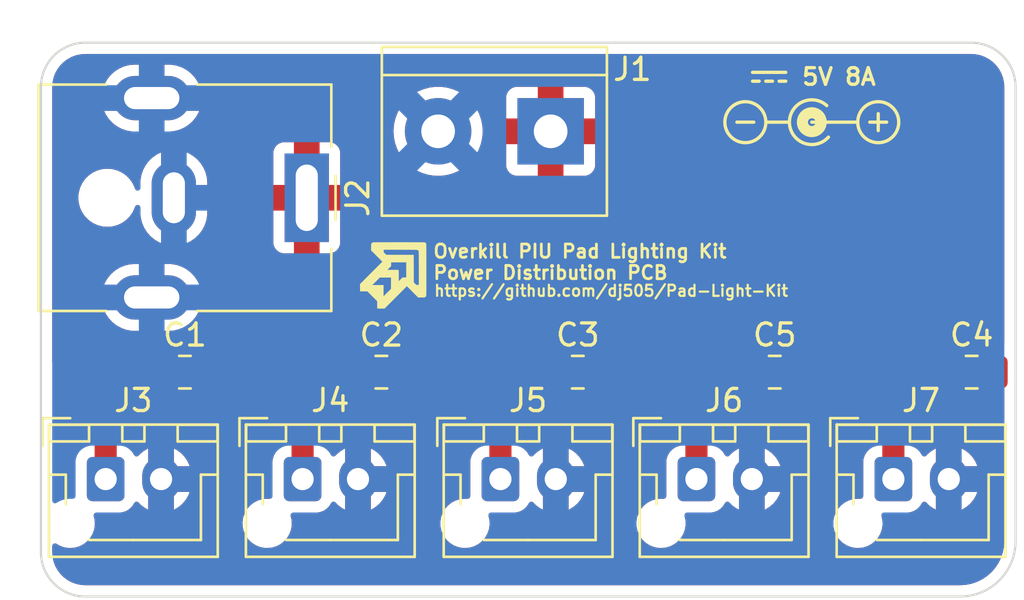
<source format=kicad_pcb>
(kicad_pcb (version 20211014) (generator pcbnew)
  (layers (0 "F.Cu" signal) (31 "B.Cu" signal) (34 "B.Paste" user) (35 "F.Paste" user) (36 "B.SilkS" user "B.Silkscreen") (37 "F.SilkS" user "F.Silkscreen") (38 "B.Mask" user) (39 "F.Mask" user) (44 "Edge.Cuts" user))
  (net 0 "")
  (net 1 "+5V")
  (net 2 "GND")
  (footprint "Capacitor_SMD:C_0805_2012Metric_Pad1.18x1.45mm_HandSolder" (layer "F.Cu") (at 118 98.874)
    (fp_text reference "C1" (at 0 -1.68) (layer "F.SilkS"))
    (fp_text value "10uF")
    (fp_line (start -0.261252 -0.735) (end 0.261252 -0.735) (layer "F.SilkS") (width 0.12))
    (fp_line (start -0.261252 0.735) (end 0.261252 0.735) (layer "F.SilkS") (width 0.12))
    (pad "1" smd roundrect (at -1.0375 0) (size 1.175 1.45) (layers "F.Cu" "F.Paste" "F.Mask") (roundrect_rratio 0.212766) (net 1 "+5V"))
    (pad "2" smd roundrect (at 1.0375 0) (size 1.175 1.45) (layers "F.Cu" "F.Paste" "F.Mask") (roundrect_rratio 0.212766) (net 2 "GND"))
  )
  (footprint "Connector_JST:JST_XH_B2B-XH-AM_1x02_P2.50mm_Vertical" (layer "F.Cu") (at 141.0925 103.7)
    (fp_text reference "J6" (at 1.25 -3.55) (layer "F.SilkS"))
    (fp_text value "Conn_01x02")
    (fp_line (start -2.85 -2.75) (end -2.85 -1.5) (layer "F.SilkS") (width 0.12))
    (fp_line (start -2.56 3.51) (end 5.06 3.51) (layer "F.SilkS") (width 0.12))
    (fp_line (start 5.06 3.51) (end 5.06 -2.46) (layer "F.SilkS") (width 0.12))
    (fp_line (start -2.55 -1.7) (end -0.75 -1.7) (layer "F.SilkS") (width 0.12))
    (fp_line (start -1.8 -0.2) (end -1.8 1.14) (layer "F.SilkS") (width 0.12))
    (fp_line (start 0.75 -1.7) (end 1.75 -1.7) (layer "F.SilkS") (width 0.12))
    (fp_line (start 1.75 -2.45) (end 0.75 -2.45) (layer "F.SilkS") (width 0.12))
    (fp_line (start 5.05 -0.2) (end 4.3 -0.2) (layer "F.SilkS") (width 0.12))
    (fp_line (start 5.06 -2.46) (end -2.56 -2.46) (layer "F.SilkS") (width 0.12))
    (fp_line (start 1.75 -1.7) (end 1.75 -2.45) (layer "F.SilkS") (width 0.12))
    (fp_line (start -1.6 -2.75) (end -2.85 -2.75) (layer "F.SilkS") (width 0.12))
    (fp_line (start -2.56 -2.46) (end -2.56 3.51) (layer "F.SilkS") (width 0.12))
    (fp_line (start -2.55 -0.2) (end -1.8 -0.2) (layer "F.SilkS") (width 0.12))
    (fp_line (start 4.3 2.75) (end 1.25 2.75) (layer "F.SilkS") (width 0.12))
    (fp_line (start 5.05 -1.7) (end 5.05 -2.45) (layer "F.SilkS") (width 0.12))
    (fp_line (start -2.55 -2.45) (end -2.55 -1.7) (layer "F.SilkS") (width 0.12))
    (fp_line (start 0.75 -2.45) (end 0.75 -1.7) (layer "F.SilkS") (width 0.12))
    (fp_line (start 5.05 -2.45) (end 3.25 -2.45) (layer "F.SilkS") (width 0.12))
    (fp_line (start 4.3 -0.2) (end 4.3 2.75) (layer "F.SilkS") (width 0.12))
    (fp_line (start -0.75 -1.7) (end -0.75 -2.45) (layer "F.SilkS") (width 0.12))
    (fp_line (start 3.25 -2.45) (end 3.25 -1.7) (layer "F.SilkS") (width 0.12))
    (fp_line (start 1.25 2.75) (end -0.74 2.75) (layer "F.SilkS") (width 0.12))
    (fp_line (start 3.25 -1.7) (end 5.05 -1.7) (layer "F.SilkS") (width 0.12))
    (fp_line (start -0.75 -2.45) (end -2.55 -2.45) (layer "F.SilkS") (width 0.12))
    (pad "" np_thru_hole circle (at -1.6 2) (size 1.2 1.2) (drill 1.2) (layers *.Cu *.Mask))
    (pad "1" thru_hole roundrect (at 0 0) (size 1.7 2) (drill 1) (layers *.Cu *.Mask) (roundrect_rratio 0.147059) (net 1 "+5V"))
    (pad "2" thru_hole oval (at 2.5 0) (size 1.7 2) (drill 1) (layers *.Cu *.Mask) (net 2 "GND"))
  )
  (footprint "Connector_JST:JST_XH_B2B-XH-AM_1x02_P2.50mm_Vertical" (layer "F.Cu") (at 132.2425 103.7)
    (fp_text reference "J5" (at 1.25 -3.55) (layer "F.SilkS"))
    (fp_text value "Conn_01x02")
    (fp_line (start 5.06 -2.46) (end -2.56 -2.46) (layer "F.SilkS") (width 0.12))
    (fp_line (start 3.25 -1.7) (end 5.05 -1.7) (layer "F.SilkS") (width 0.12))
    (fp_line (start 5.06 3.51) (end 5.06 -2.46) (layer "F.SilkS") (width 0.12))
    (fp_line (start 1.75 -2.45) (end 0.75 -2.45) (layer "F.SilkS") (width 0.12))
    (fp_line (start -2.55 -0.2) (end -1.8 -0.2) (layer "F.SilkS") (width 0.12))
    (fp_line (start 0.75 -2.45) (end 0.75 -1.7) (layer "F.SilkS") (width 0.12))
    (fp_line (start -2.55 -1.7) (end -0.75 -1.7) (layer "F.SilkS") (width 0.12))
    (fp_line (start 3.25 -2.45) (end 3.25 -1.7) (layer "F.SilkS") (width 0.12))
    (fp_line (start -1.6 -2.75) (end -2.85 -2.75) (layer "F.SilkS") (width 0.12))
    (fp_line (start 1.25 2.75) (end -0.74 2.75) (layer "F.SilkS") (width 0.12))
    (fp_line (start 1.75 -1.7) (end 1.75 -2.45) (layer "F.SilkS") (width 0.12))
    (fp_line (start 5.05 -2.45) (end 3.25 -2.45) (layer "F.SilkS") (width 0.12))
    (fp_line (start -1.8 -0.2) (end -1.8 1.14) (layer "F.SilkS") (width 0.12))
    (fp_line (start -2.85 -2.75) (end -2.85 -1.5) (layer "F.SilkS") (width 0.12))
    (fp_line (start 0.75 -1.7) (end 1.75 -1.7) (layer "F.SilkS") (width 0.12))
    (fp_line (start -0.75 -2.45) (end -2.55 -2.45) (layer "F.SilkS") (width 0.12))
    (fp_line (start 4.3 -0.2) (end 4.3 2.75) (layer "F.SilkS") (width 0.12))
    (fp_line (start -2.56 -2.46) (end -2.56 3.51) (layer "F.SilkS") (width 0.12))
    (fp_line (start -2.55 -2.45) (end -2.55 -1.7) (layer "F.SilkS") (width 0.12))
    (fp_line (start 5.05 -0.2) (end 4.3 -0.2) (layer "F.SilkS") (width 0.12))
    (fp_line (start -2.56 3.51) (end 5.06 3.51) (layer "F.SilkS") (width 0.12))
    (fp_line (start 5.05 -1.7) (end 5.05 -2.45) (layer "F.SilkS") (width 0.12))
    (fp_line (start 4.3 2.75) (end 1.25 2.75) (layer "F.SilkS") (width 0.12))
    (fp_line (start -0.75 -1.7) (end -0.75 -2.45) (layer "F.SilkS") (width 0.12))
    (pad "" np_thru_hole circle (at -1.6 2) (size 1.2 1.2) (drill 1.2) (layers *.Cu *.Mask))
    (pad "1" thru_hole roundrect (at 0 0) (size 1.7 2) (drill 1) (layers *.Cu *.Mask) (roundrect_rratio 0.147059) (net 1 "+5V"))
    (pad "2" thru_hole oval (at 2.5 0) (size 1.7 2) (drill 1) (layers *.Cu *.Mask) (net 2 "GND"))
  )
  (footprint "Connector_BarrelJack:BarrelJack_CUI_PJ-063AH_Horizontal" (layer "F.Cu") (at 123.5 91 -90)
    (fp_text reference "J2" (at 0 -2.3 90) (layer "F.SilkS"))
    (fp_text value "Barrel_Jack")
    (fp_line (start -1 -1.3) (end 1 -1.3) (layer "F.SilkS") (width 0.12))
    (fp_line (start -5.11 12.11) (end -5.11 9.05) (layer "F.SilkS") (width 0.12))
    (fp_line (start 5.11 -1.11) (end 5.11 4.95) (layer "F.SilkS") (width 0.12))
    (fp_line (start 5.11 9.05) (end 5.11 12.11) (layer "F.SilkS") (width 0.12))
    (fp_line (start 2.3 -1.11) (end 5.11 -1.11) (layer "F.SilkS") (width 0.12))
    (fp_line (start -5.11 -1.11) (end -2.3 -1.11) (layer "F.SilkS") (width 0.12))
    (fp_line (start -5.11 4.95) (end -5.11 -1.11) (layer "F.SilkS") (width 0.12))
    (fp_line (start 5.11 12.11) (end -5.11 12.11) (layer "F.SilkS") (width 0.12))
    (pad "" np_thru_hole circle (at 0 9 270) (size 1.6 1.6) (drill 1.6) (layers *.Cu *.Mask))
    (pad "1" thru_hole rect (at 0 0 270) (size 4 2) (drill oval 3 1) (layers *.Cu *.Mask) (net 1 "+5V"))
    (pad "2" thru_hole oval (at 0 6 270) (size 3.3 2) (drill oval 2.3 1) (layers *.Cu *.Mask) (net 2 "GND"))
    (pad "MP" thru_hole oval (at 4.5 7 270) (size 2 3.5) (drill oval 1 2.5) (layers *.Cu *.Mask) (net 2 "GND"))
    (pad "MP" thru_hole oval (at -4.5 7 270) (size 2 3.5) (drill oval 1 2.5) (layers *.Cu *.Mask) (net 2 "GND"))
  )
  (footprint "Capacitor_SMD:C_0805_2012Metric_Pad1.18x1.45mm_HandSolder" (layer "F.Cu") (at 126.8685 98.874)
    (fp_text reference "C2" (at 0 -1.68) (layer "F.SilkS"))
    (fp_text value "10uF")
    (fp_line (start -0.261252 0.735) (end 0.261252 0.735) (layer "F.SilkS") (width 0.12))
    (fp_line (start -0.261252 -0.735) (end 0.261252 -0.735) (layer "F.SilkS") (width 0.12))
    (pad "1" smd roundrect (at -1.0375 0) (size 1.175 1.45) (layers "F.Cu" "F.Paste" "F.Mask") (roundrect_rratio 0.212766) (net 1 "+5V"))
    (pad "2" smd roundrect (at 1.0375 0) (size 1.175 1.45) (layers "F.Cu" "F.Paste" "F.Mask") (roundrect_rratio 0.212766) (net 2 "GND"))
  )
  (footprint "Connector_JST:JST_XH_B2B-XH-AM_1x02_P2.50mm_Vertical" (layer "F.Cu") (at 123.3125 103.7)
    (fp_text reference "J4" (at 1.25 -3.55) (layer "F.SilkS"))
    (fp_text value "Conn_01x02")
    (fp_line (start 5.05 -1.7) (end 5.05 -2.45) (layer "F.SilkS") (width 0.12))
    (fp_line (start 1.25 2.75) (end -0.74 2.75) (layer "F.SilkS") (width 0.12))
    (fp_line (start -2.55 -1.7) (end -0.75 -1.7) (layer "F.SilkS") (width 0.12))
    (fp_line (start -2.85 -2.75) (end -2.85 -1.5) (layer "F.SilkS") (width 0.12))
    (fp_line (start 4.3 2.75) (end 1.25 2.75) (layer "F.SilkS") (width 0.12))
    (fp_line (start -2.56 -2.46) (end -2.56 3.51) (layer "F.SilkS") (width 0.12))
    (fp_line (start 5.06 3.51) (end 5.06 -2.46) (layer "F.SilkS") (width 0.12))
    (fp_line (start 1.75 -1.7) (end 1.75 -2.45) (layer "F.SilkS") (width 0.12))
    (fp_line (start -2.55 -2.45) (end -2.55 -1.7) (layer "F.SilkS") (width 0.12))
    (fp_line (start -1.8 -0.2) (end -1.8 1.14) (layer "F.SilkS") (width 0.12))
    (fp_line (start 5.05 -0.2) (end 4.3 -0.2) (layer "F.SilkS") (width 0.12))
    (fp_line (start 1.75 -2.45) (end 0.75 -2.45) (layer "F.SilkS") (width 0.12))
    (fp_line (start 3.25 -1.7) (end 5.05 -1.7) (layer "F.SilkS") (width 0.12))
    (fp_line (start 3.25 -2.45) (end 3.25 -1.7) (layer "F.SilkS") (width 0.12))
    (fp_line (start 5.05 -2.45) (end 3.25 -2.45) (layer "F.SilkS") (width 0.12))
    (fp_line (start -2.56 3.51) (end 5.06 3.51) (layer "F.SilkS") (width 0.12))
    (fp_line (start 0.75 -1.7) (end 1.75 -1.7) (layer "F.SilkS") (width 0.12))
    (fp_line (start -0.75 -2.45) (end -2.55 -2.45) (layer "F.SilkS") (width 0.12))
    (fp_line (start 5.06 -2.46) (end -2.56 -2.46) (layer "F.SilkS") (width 0.12))
    (fp_line (start 0.75 -2.45) (end 0.75 -1.7) (layer "F.SilkS") (width 0.12))
    (fp_line (start 4.3 -0.2) (end 4.3 2.75) (layer "F.SilkS") (width 0.12))
    (fp_line (start -0.75 -1.7) (end -0.75 -2.45) (layer "F.SilkS") (width 0.12))
    (fp_line (start -2.55 -0.2) (end -1.8 -0.2) (layer "F.SilkS") (width 0.12))
    (fp_line (start -1.6 -2.75) (end -2.85 -2.75) (layer "F.SilkS") (width 0.12))
    (pad "" np_thru_hole circle (at -1.6 2) (size 1.2 1.2) (drill 1.2) (layers *.Cu *.Mask))
    (pad "1" thru_hole roundrect (at 0 0) (size 1.7 2) (drill 1) (layers *.Cu *.Mask) (roundrect_rratio 0.147059) (net 1 "+5V"))
    (pad "2" thru_hole oval (at 2.5 0) (size 1.7 2) (drill 1) (layers *.Cu *.Mask) (net 2 "GND"))
  )
  (footprint "LogoFootprints:Arrow_3mm" (layer "F.Cu") (at 127.4 94.5)
    (fp_text reference "G***" hide)
    (fp_text value "LOGO" hide)
    (fp_poly (pts (xy 0.40582 -1.493511) (xy 0.541026 -1.493501) (xy 0.663739 -1.493476) (xy 0.774581 -1.493428) (xy 0.874172 -1.49335) (xy 0.963132 -1.493236) (xy 1.042082 -1.493076) (xy 1.111643 -1.492865) (xy 1.172436 -1.492595) (xy 1.22508 -1.492259) (xy 1.270197 -1.491849) (xy 1.308406 -1.491358) (xy 1.34033 -1.490778) (xy 1.366587 -1.490104) (xy 1.3878 -1.489326) (xy 1.404588 -1.488439) (xy 1.417571 -1.487434) (xy 1.427372 -1.486305) (xy 1.434609 -1.485044) (xy 1.439905 -1.483644) (xy 1.443879 -1.482097) (xy 1.447152 -1.480396) (xy 1.448635 -1.479536) (xy 1.468558 -1.463651) (xy 1.485239 -1.443667) (xy 1.486402 -1.441769) (xy 1.488177 -1.438611) (xy 1.489796 -1.435047) (xy 1.491265 -1.430454) (xy 1.492591 -1.424213) (xy 1.493782 -1.415703) (xy 1.494844 -1.404304) (xy 1.495786 -1.389394) (xy 1.496615 -1.370353) (xy 1.497337 -1.346561) (xy 1.497961 -1.317397) (xy 1.498493 -1.282241) (xy 1.49894 -1.240471) (xy 1.499311 -1.191467) (xy 1.499611 -1.134609) (xy 1.499849 -1.069277) (xy 1.500032 -0.994848) (xy 1.500167 -0.910704) (xy 1.500261 -0.816222) (xy 1.500322 -0.710784) (xy 1.500357 -0.593767) (xy 1.500373 -0.464552) (xy 1.500378 -0.322518) (xy 1.500378 -0.250636) (xy 1.500377 -0.102322) (xy 1.500368 0.032881) (xy 1.500343 0.155595) (xy 1.500297 0.266443) (xy 1.50022 0.366048) (xy 1.500107 0.455032) (xy 1.499948 0.534017) (xy 1.499738 0.603626) (xy 1.499469 0.664481) (xy 1.499133 0.717206) (xy 1.498723 0.762421) (xy 1.498232 0.800751) (xy 1.497652 0.832817) (xy 1.496976 0.859241) (xy 1.496196 0.880647) (xy 1.495306 0.897657) (xy 1.494298 0.910893) (xy 1.493164 0.920977) (xy 1.491897 0.928533) (xy 1.49049 0.934182) (xy 1.488935 0.938548) (xy 1.487225 0.942252) (xy 1.486247 0.944174) (xy 1.465239 0.971417) (xy 1.441875 0.987091) (xy 1.430881 0.992319) (xy 1.419786 0.996215) (xy 1.406433 0.998975) (xy 1.388666 1.000792) (xy 1.364327 1.001861) (xy 1.33126 1.002377) (xy 1.287308 1.002535) (xy 1.27057 1.002541) (xy 1.129506 1.002541) (xy 0.875498 0.748463) (xy 0.62149 0.494386) (xy 0.116743 0.999099) (xy -0.388005 1.503811) (xy -0.549928 1.503811) (xy -0.595762 1.503625) (xy -0.63695 1.503102) (xy -0.671528 1.502296) (xy -0.69753 1.501262) (xy -0.712992 1.500053) (xy -0.716428 1.499234) (xy -0.717719 1.491352) (xy -0.718868 1.471702) (xy -0.719823 1.442248) (xy -0.720529 1.404955) (xy -0.720932 1.361788) (xy -0.721006 1.332676) (xy -0.721006 1.170696) (xy -0.942458 0.949383) (xy -1.16391 0.728069) (xy -1.493512 0.724439) (xy -1.495357 0.559783) (xy -1.496704 0.43947) (xy -0.937203 0.43947) (xy -0.432604 0.43947) (xy -0.432604 0.94386) (xy -0.265425 0.779215) (xy -0.098247 0.614571) (xy -0.097191 0.358786) (xy -0.096134 0.103) (xy -0.600944 0.103) (xy -0.769073 0.271235) (xy -0.937203 0.43947) (xy -1.496704 0.43947) (xy -1.4972 0.395127) (xy -0.992361 -0.109749) (xy -0.854917 -0.247202) (xy -0.257296 -0.247202) (xy -0.009854 -0.247202) (xy 0.060336 -0.247072) (xy 0.117728 -0.246661) (xy 0.163255 -0.245939) (xy 0.197849 -0.244877) (xy 0.222442 -0.243443) (xy 0.237969 -0.241609) (xy 0.245361 -0.239343) (xy 0.245828 -0.238962) (xy 0.248161 -0.232715) (xy 0.250059 -0.218475) (xy 0.251551 -0.195308) (xy 0.252667 -0.162282) (xy 0.253439 -0.118464) (xy 0.253895 -0.06292) (xy 0.254065 0.005281) (xy 0.254068 0.01672) (xy 0.254068 0.264162) (xy 0.338285 0.180148) (xy 0.422501 0.096134) (xy 0.590538 0.096134) (xy 0.590538 -0.583672) (xy -0.089268 -0.583672) (xy -0.089268 -0.415635) (xy -0.173282 -0.331419) (xy -0.257296 -0.247202) (xy -0.854917 -0.247202) (xy -0.48752 -0.614624) (xy -0.741597 -0.868632) (xy -0.995675 -1.12264) (xy -0.995675 -1.153787) (xy -0.425737 -1.153787) (xy -0.425737 -1.040005) (xy -0.312223 -0.927081) (xy 0.309108 -0.925328) (xy 0.93044 -0.923574) (xy 0.932194 -0.302243) (xy 0.933947 0.319089) (xy 1.046871 0.432603) (xy 1.160653 0.432603) (xy 1.158848 -0.325668) (xy 1.158563 -0.443923) (xy 1.158293 -0.549219) (xy 1.158023 -0.642329) (xy 1.157737 -0.724026) (xy 1.157418 -0.795083) (xy 1.157051 -0.856275) (xy 1.156619 -0.908375) (xy 1.156108 -0.952156) (xy 1.1555 -0.988391) (xy 1.154781 -1.017856) (xy 1.153934 -1.041322) (xy 1.152944 -1.059564) (xy 1.151793 -1.073354) (xy 1.150468 -1.083468) (xy 1.148951 -1.090677) (xy 1.147227 -1.095756) (xy 1.14528 -1.099479) (xy 1.143095 -1.102618) (xy 1.142884 -1.102899) (xy 1.126529 -1.121233) (xy 1.109765 -1.136018) (xy 1.106641 -1.138227) (xy 1.103003 -1.140195) (xy 1.098079 -1.141938) (xy 1.091094 -1.143473) (xy 1.081275 -1.144815) (xy 1.067849 -1.14598) (xy 1.050042 -1.146985) (xy 1.027081 -1.147844) (xy 0.998191 -1.148574) (xy 0.9626 -1.149191) (xy 0.919534 -1.14971) (xy 0.868219 -1.150148) (xy 0.807882 -1.150521) (xy 0.737749 -1.150844) (xy 0.657047 -1.151132) (xy 0.565002 -1.151403) (xy 0.460841 -1.151672) (xy 0.34379 -1.151955) (xy 0.332534 -1.151982) (xy -0.425737 -1.153787) (xy -0.995675 -1.153787) (xy -0.995675 -1.263704) (xy -0.995591 -1.3116) (xy -0.995212 -1.34792) (xy -0.994341 -1.37482) (xy -0.992784 -1.394458) (xy -0.990348 -1.408991) (xy -0.986837 -1.420574) (xy -0.982057 -1.431366) (xy -0.980225 -1.435009) (xy -0.959012 -1.464101) (xy -0.937308 -1.479381) (xy -0.933702 -1.481176) (xy -0.929767 -1.482813) (xy -0.92488 -1.484298) (xy -0.91842 -1.485638) (xy -0.909762 -1.486842) (xy -0.898286 -1.487917) (xy -0.883369 -1.488869) (xy -0.864387 -1.489707) (xy -0.840719 -1.490437) (xy -0.811742 -1.491068) (xy -0.776833 -1.491605) (xy -0.735371 -1.492058) (xy -0.686732 -1.492432) (xy -0.630295 -1.492736) (xy -0.565436 -1.492977) (xy -0.491533 -1.493162) (xy -0.407964 -1.493299) (xy -0.314106 -1.493394) (xy -0.209337 -1.493456) (xy -0.093035 -1.493491) (xy 0.035424 -1.493507) (xy 0.176662 -1.493512) (xy 0.257502 -1.493512)) (layer "F.SilkS") (width 0) (fill solid))
  )
  (footprint "Capacitor_SMD:C_0805_2012Metric_Pad1.18x1.45mm_HandSolder" (layer "F.Cu") (at 153.517 98.874)
    (fp_text reference "C4" (at 0 -1.68) (layer "F.SilkS"))
    (fp_text value "10uF")
    (fp_line (start -0.261252 0.735) (end 0.261252 0.735) (layer "F.SilkS") (width 0.12))
    (fp_line (start -0.261252 -0.735) (end 0.261252 -0.735) (layer "F.SilkS") (width 0.12))
    (pad "1" smd roundrect (at -1.0375 0) (size 1.175 1.45) (layers "F.Cu" "F.Paste" "F.Mask") (roundrect_rratio 0.212766) (net 1 "+5V"))
    (pad "2" smd roundrect (at 1.0375 0) (size 1.175 1.45) (layers "F.Cu" "F.Paste" "F.Mask") (roundrect_rratio 0.212766) (net 2 "GND"))
  )
  (footprint "TerminalBlock:TerminalBlock_bornier-2_P5.08mm" (layer "F.Cu") (at 134.51 88 180)
    (fp_text reference "J1" (at -3.69 2.8) (layer "F.SilkS"))
    (fp_text value "Conn_01x02")
    (fp_line (start -2.54 -3.81) (end -2.54 3.81) (layer "F.SilkS") (width 0.12))
    (fp_line (start 7.62 2.54) (end -2.54 2.54) (layer "F.SilkS") (width 0.12))
    (fp_line (start -2.54 3.81) (end 7.62 3.81) (layer "F.SilkS") (width 0.12))
    (fp_line (start 7.62 3.81) (end 7.62 -3.81) (layer "F.SilkS") (width 0.12))
    (fp_line (start 7.62 -3.81) (end -2.54 -3.81) (layer "F.SilkS") (width 0.12))
    (pad "1" thru_hole rect (at 0 0 180) (size 3 3) (drill 1.52) (layers *.Cu *.Mask) (net 1 "+5V"))
    (pad "2" thru_hole circle (at 5.08 0 180) (size 3 3) (drill 1.52) (layers *.Cu *.Mask) (net 2 "GND"))
  )
  (footprint "Connector_JST:JST_XH_B2B-XH-AM_1x02_P2.50mm_Vertical" (layer "F.Cu") (at 149.9825 103.7)
    (fp_text reference "J7" (at 1.25 -3.55) (layer "F.SilkS"))
    (fp_text value "Conn_01x02")
    (fp_line (start -1.6 -2.75) (end -2.85 -2.75) (layer "F.SilkS") (width 0.12))
    (fp_line (start 3.25 -2.45) (end 3.25 -1.7) (layer "F.SilkS") (width 0.12))
    (fp_line (start 0.75 -2.45) (end 0.75 -1.7) (layer "F.SilkS") (width 0.12))
    (fp_line (start 5.06 -2.46) (end -2.56 -2.46) (layer "F.SilkS") (width 0.12))
    (fp_line (start -2.56 3.51) (end 5.06 3.51) (layer "F.SilkS") (width 0.12))
    (fp_line (start -2.55 -0.2) (end -1.8 -0.2) (layer "F.SilkS") (width 0.12))
    (fp_line (start 1.25 2.75) (end -0.74 2.75) (layer "F.SilkS") (width 0.12))
    (fp_line (start -2.56 -2.46) (end -2.56 3.51) (layer "F.SilkS") (width 0.12))
    (fp_line (start 1.75 -2.45) (end 0.75 -2.45) (layer "F.SilkS") (width 0.12))
    (fp_line (start 4.3 -0.2) (end 4.3 2.75) (layer "F.SilkS") (width 0.12))
    (fp_line (start -2.55 -1.7) (end -0.75 -1.7) (layer "F.SilkS") (width 0.12))
    (fp_line (start -0.75 -1.7) (end -0.75 -2.45) (layer "F.SilkS") (width 0.12))
    (fp_line (start -2.55 -2.45) (end -2.55 -1.7) (layer "F.SilkS") (width 0.12))
    (fp_line (start 5.05 -0.2) (end 4.3 -0.2) (layer "F.SilkS") (width 0.12))
    (fp_line (start -1.8 -0.2) (end -1.8 1.14) (layer "F.SilkS") (width 0.12))
    (fp_line (start 3.25 -1.7) (end 5.05 -1.7) (layer "F.SilkS") (width 0.12))
    (fp_line (start 5.05 -1.7) (end 5.05 -2.45) (layer "F.SilkS") (width 0.12))
    (fp_line (start 4.3 2.75) (end 1.25 2.75) (layer "F.SilkS") (width 0.12))
    (fp_line (start 1.75 -1.7) (end 1.75 -2.45) (layer "F.SilkS") (width 0.12))
    (fp_line (start -2.85 -2.75) (end -2.85 -1.5) (layer "F.SilkS") (width 0.12))
    (fp_line (start 5.05 -2.45) (end 3.25 -2.45) (layer "F.SilkS") (width 0.12))
    (fp_line (start 5.06 3.51) (end 5.06 -2.46) (layer "F.SilkS") (width 0.12))
    (fp_line (start -0.75 -2.45) (end -2.55 -2.45) (layer "F.SilkS") (width 0.12))
    (fp_line (start 0.75 -1.7) (end 1.75 -1.7) (layer "F.SilkS") (width 0.12))
    (pad "" np_thru_hole circle (at -1.6 2) (size 1.2 1.2) (drill 1.2) (layers *.Cu *.Mask))
    (pad "1" thru_hole roundrect (at 0 0) (size 1.7 2) (drill 1) (layers *.Cu *.Mask) (roundrect_rratio 0.147059) (net 1 "+5V"))
    (pad "2" thru_hole oval (at 2.5 0) (size 1.7 2) (drill 1) (layers *.Cu *.Mask) (net 2 "GND"))
  )
  (footprint "Symbol:Symbol_Barrel_Polarity" (layer "F.Cu") (at 146.3 87.512473)
    (fp_text reference "REF**" hide)
    (fp_text value "Symbol_Barrel_Polarity")
    (fp_line (start -2 0.075) (end -1.1 0.075) (layer "F.SilkS") (width 0.15))
    (fp_line (start 0 0.075) (end 2 0.075) (layer "F.SilkS") (width 0.15))
    (fp_arc (start 0.75 0.75) (mid -1.007627 0.128033) (end 0.675 -0.675) (layer "F.SilkS") (width 0.15))
    (fp_circle (center 0 0.075) (end 0 0.25) (layer "F.SilkS") (width 0.5) (fill none))
    (fp_circle (center 3 0.075) (end 3 1) (layer "F.SilkS") (width 0.15) (fill none))
    (fp_circle (center -3 0.075) (end -3 1) (layer "F.SilkS") (width 0.15) (fill none))
  )
  (footprint "Capacitor_SMD:C_0805_2012Metric_Pad1.18x1.45mm_HandSolder" (layer "F.Cu") (at 135.737 98.874)
    (fp_text reference "C3" (at 0 -1.68) (layer "F.SilkS"))
    (fp_text value "10uF")
    (fp_line (start -0.261252 0.735) (end 0.261252 0.735) (layer "F.SilkS") (width 0.12))
    (fp_line (start -0.261252 -0.735) (end 0.261252 -0.735) (layer "F.SilkS") (width 0.12))
    (pad "1" smd roundrect (at -1.0375 0) (size 1.175 1.45) (layers "F.Cu" "F.Paste" "F.Mask") (roundrect_rratio 0.212766) (net 1 "+5V"))
    (pad "2" smd roundrect (at 1.0375 0) (size 1.175 1.45) (layers "F.Cu" "F.Paste" "F.Mask") (roundrect_rratio 0.212766) (net 2 "GND"))
  )
  (footprint "Capacitor_SMD:C_0805_2012Metric_Pad1.18x1.45mm_HandSolder" (layer "F.Cu") (at 144.627 98.874)
    (fp_text reference "C5" (at 0 -1.68) (layer "F.SilkS"))
    (fp_text value "10uF")
    (fp_line (start -0.261252 0.735) (end 0.261252 0.735) (layer "F.SilkS") (width 0.12))
    (fp_line (start -0.261252 -0.735) (end 0.261252 -0.735) (layer "F.SilkS") (width 0.12))
    (pad "1" smd roundrect (at -1.0375 0) (size 1.175 1.45) (layers "F.Cu" "F.Paste" "F.Mask") (roundrect_rratio 0.212766) (net 1 "+5V"))
    (pad "2" smd roundrect (at 1.0375 0) (size 1.175 1.45) (layers "F.Cu" "F.Paste" "F.Mask") (roundrect_rratio 0.212766) (net 2 "GND"))
  )
  (footprint "Connector_JST:JST_XH_B2B-XH-AM_1x02_P2.50mm_Vertical" (layer "F.Cu") (at 114.4225 103.7)
    (fp_text reference "J3" (at 1.25 -3.55) (layer "F.SilkS"))
    (fp_text value "Conn_01x02")
    (fp_line (start -0.75 -1.7) (end -0.75 -2.45) (layer "F.SilkS") (width 0.12))
    (fp_line (start 3.25 -1.7) (end 5.05 -1.7) (layer "F.SilkS") (width 0.12))
    (fp_line (start -2.56 -2.46) (end -2.56 3.51) (layer "F.SilkS") (width 0.12))
    (fp_line (start 1.25 2.75) (end -0.74 2.75) (layer "F.SilkS") (width 0.12))
    (fp_line (start -2.85 -2.75) (end -2.85 -1.5) (layer "F.SilkS") (width 0.12))
    (fp_line (start 5.05 -2.45) (end 3.25 -2.45) (layer "F.SilkS") (width 0.12))
    (fp_line (start 1.75 -2.45) (end 0.75 -2.45) (layer "F.SilkS") (width 0.12))
    (fp_line (start -1.6 -2.75) (end -2.85 -2.75) (layer "F.SilkS") (width 0.12))
    (fp_line (start 5.06 3.51) (end 5.06 -2.46) (layer "F.SilkS") (width 0.12))
    (fp_line (start 5.05 -1.7) (end 5.05 -2.45) (layer "F.SilkS") (width 0.12))
    (fp_line (start 0.75 -1.7) (end 1.75 -1.7) (layer "F.SilkS") (width 0.12))
    (fp_line (start -0.75 -2.45) (end -2.55 -2.45) (layer "F.SilkS") (width 0.12))
    (fp_line (start 4.3 -0.2) (end 4.3 2.75) (layer "F.SilkS") (width 0.12))
    (fp_line (start -2.56 3.51) (end 5.06 3.51) (layer "F.SilkS") (width 0.12))
    (fp_line (start 3.25 -2.45) (end 3.25 -1.7) (layer "F.SilkS") (width 0.12))
    (fp_line (start 1.75 -1.7) (end 1.75 -2.45) (layer "F.SilkS") (width 0.12))
    (fp_line (start -2.55 -2.45) (end -2.55 -1.7) (layer "F.SilkS") (width 0.12))
    (fp_line (start -2.55 -1.7) (end -0.75 -1.7) (layer "F.SilkS") (width 0.12))
    (fp_line (start -2.55 -0.2) (end -1.8 -0.2) (layer "F.SilkS") (width 0.12))
    (fp_line (start -1.8 -0.2) (end -1.8 1.14) (layer "F.SilkS") (width 0.12))
    (fp_line (start 5.06 -2.46) (end -2.56 -2.46) (layer "F.SilkS") (width 0.12))
    (fp_line (start 5.05 -0.2) (end 4.3 -0.2) (layer "F.SilkS") (width 0.12))
    (fp_line (start 4.3 2.75) (end 1.25 2.75) (layer "F.SilkS") (width 0.12))
    (fp_line (start 0.75 -2.45) (end 0.75 -1.7) (layer "F.SilkS") (width 0.12))
    (pad "" np_thru_hole circle (at -1.6 2) (size 1.2 1.2) (drill 1.2) (layers *.Cu *.Mask))
    (pad "1" thru_hole roundrect (at 0 0) (size 1.7 2) (drill 1) (layers *.Cu *.Mask) (roundrect_rratio 0.147059) (net 1 "+5V"))
    (pad "2" thru_hole oval (at 2.5 0) (size 1.7 2) (drill 1) (layers *.Cu *.Mask) (net 2 "GND"))
  )
  (gr_line (start 143.825 85.737473) (end 143.925 85.737473) (layer "F.SilkS") (width 0.15))
  (gr_line (start 145.125 85.337473) (end 143.625 85.337473) (layer "F.SilkS") (width 0.15))
  (gr_line (start 143.625 85.737473) (end 143.825 85.737473) (layer "F.SilkS") (width 0.15))
  (gr_line (start 144.825 85.737473) (end 145.125 85.737473) (layer "F.SilkS") (width 0.15))
  (gr_line (start 144.225 85.737473) (end 144.525 85.737473) (layer "F.SilkS") (width 0.15))
  (gr_arc (start 113.5 109) (mid 112.085786 108.414214) (end 111.5 107) (layer "Edge.Cuts") (width 0.1))
  (gr_line (start 153.5 84) (end 113.5 84) (layer "Edge.Cuts") (width 0.1))
  (gr_arc (start 155.5 106.5) (mid 154.767767 108.267767) (end 153 109) (layer "Edge.Cuts") (width 0.1))
  (gr_line (start 155.5 106.5) (end 155.5 86) (layer "Edge.Cuts") (width 0.1))
  (gr_line (start 111.5 86) (end 111.5 107) (layer "Edge.Cuts") (width 0.1))
  (gr_arc (start 153.5 84) (mid 154.914214 84.585786) (end 155.5 86) (layer "Edge.Cuts") (width 0.1))
  (gr_line (start 113.5 109) (end 153 109) (layer "Edge.Cuts") (width 0.1))
  (gr_arc (start 111.5 86) (mid 112.085786 84.585786) (end 113.5 84) (layer "Edge.Cuts") (width 0.1))
  (gr_text "-" (at 143.3 87.512473) (layer "F.SilkS") (effects (font (size 1 1))))
  (gr_text "Overkill PIU Pad Lighting Kit\nPower Distribution PCB" (at 129.15 93.9) (layer "F.SilkS") (effects (font (size 0.6 0.6) (thickness 0.125)) (justify left)))
  (gr_text "5V 8A" (at 147.525 85.537473) (layer "F.SilkS") (effects (font (size 0.75 0.75))))
  (gr_text "https://github.com/dj505/Pad-Light-Kit" (at 129.2 95.2) (layer "F.SilkS") (effects (font (size 0.5 0.5) (thickness 0.1)) (justify left)))
  (gr_text "+" (at 149.3 87.512473) (layer "F.SilkS") (effects (font (size 1 1))))
  (segment (start 149.9825 101.371) (end 152.4795 98.874) (width 1) (layer "F.Cu") (net 1))
  (segment (start 132.2425 101.331) (end 134.6995 98.874) (width 1) (layer "F.Cu") (net 1))
  (segment (start 114.4225 103.7) (end 114.4225 101.414) (width 1) (layer "F.Cu") (net 1))
  (segment (start 132.2425 103.7) (end 132.2425 101.331) (width 1) (layer "F.Cu") (net 1))
  (segment (start 114.4225 101.414) (end 116.9625 98.874) (width 1) (layer "F.Cu") (net 1))
  (segment (start 123.3125 101.3925) (end 125.831 98.874) (width 1) (layer "F.Cu") (net 1))
  (segment (start 149.9825 103.7) (end 149.9825 101.371) (width 1) (layer "F.Cu") (net 1))
  (segment (start 141.0925 101.371) (end 143.5895 98.874) (width 1) (layer "F.Cu") (net 1))
  (segment (start 141.0925 103.7) (end 141.0925 101.371) (width 1) (layer "F.Cu") (net 1))
  (segment (start 123.3125 103.7) (end 123.3125 101.3925) (width 1) (layer "F.Cu") (net 1))
  (zone (net 2) (net_name "GND") (layer "F.Cu") (connect_pads (clearance 0.508)) (min_thickness 0.254) (fill yes (thermal_gap 0.508) (thermal_bridge_width 1.16))
    (polygon (pts (xy 155.5 109.06) (xy 111.5 109.06) (xy 111.5 104.06) (xy 111.506 99.12) (xy 155.5 99.06)))
  )
  (zone (net 1) (net_name "+5V") (layer "F.Cu") (connect_pads (clearance 0.508)) (min_thickness 0.254) (fill yes (thermal_gap 0.508) (thermal_bridge_width 1.16))
    (polygon (pts (xy 155.5 98.5196) (xy 111.5 98.5196) (xy 111.5 84) (xy 155.5 84)))
  )
  (zone (net 2) (net_name "GND") (layer "B.Cu") (connect_pads (clearance 0.508)) (min_thickness 0.254) (fill yes (thermal_gap 0.508) (thermal_bridge_width 1.16))
    (polygon (pts (xy 155.5 109) (xy 111.5 109) (xy 111.5 84) (xy 155.5 84)))
  )
)
</source>
